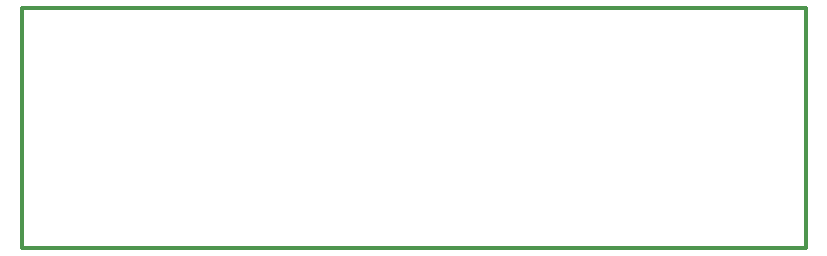
<source format=gko>
%FSTAX23Y23*%
%MOIN*%
%SFA1B1*%

%IPPOS*%
%ADD35C,0.012000*%
%LNcn0349-1*%
%LPD*%
G54D35*
X02615Y0D02*
Y008D01*
X0Y0D02*
X02615D01*
X0Y008D02*
X02615D01*
X0Y0D02*
Y008D01*
M02*
</source>
